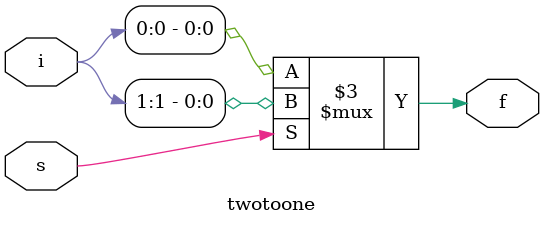
<source format=v>
module mux2to1(i,f);
input [3:0]i;
output f;
wire [2:0]s;
assign s[2]=i[2]^i[1];
assign s[1]=~i[3]&i[0];
assign s[0]=~s[1];

twotoone stage0(s[1:0],s[2],f);

endmodule

module twotoone(i,s,f);
input [1:0]i;
input s;
output f;
reg f;
always @(i,s)
begin
if(s)
f=i[1];
else
f=i[0];
end
endmodule
</source>
